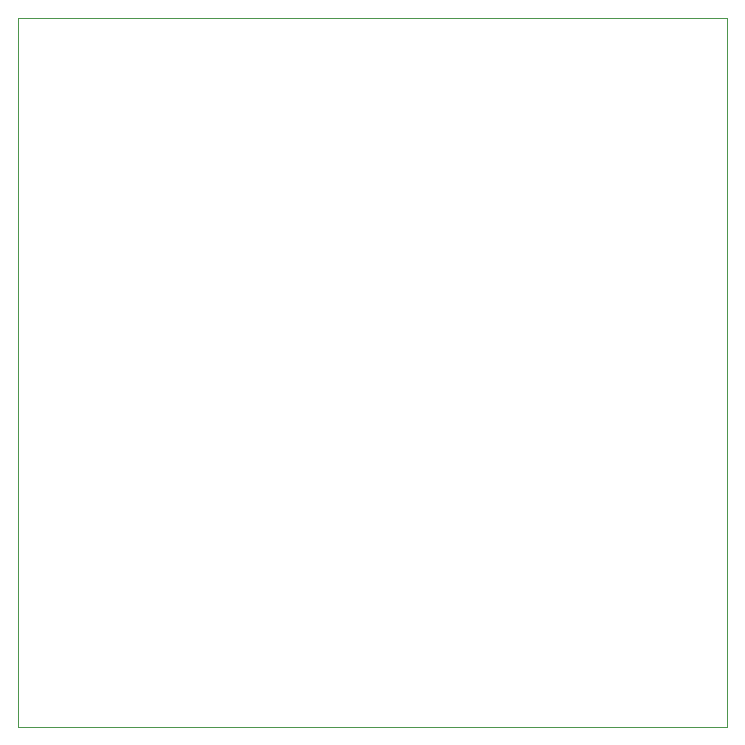
<source format=gbr>
%TF.GenerationSoftware,KiCad,Pcbnew,7.0.1*%
%TF.CreationDate,2023-12-30T23:07:02-05:00*%
%TF.ProjectId,TacTile-A,54616354-696c-4652-9d41-2e6b69636164,rev?*%
%TF.SameCoordinates,Original*%
%TF.FileFunction,Profile,NP*%
%FSLAX46Y46*%
G04 Gerber Fmt 4.6, Leading zero omitted, Abs format (unit mm)*
G04 Created by KiCad (PCBNEW 7.0.1) date 2023-12-30 23:07:02*
%MOMM*%
%LPD*%
G01*
G04 APERTURE LIST*
%TA.AperFunction,Profile*%
%ADD10C,0.100000*%
%TD*%
G04 APERTURE END LIST*
D10*
X25000000Y-25000000D02*
X85000000Y-25000000D01*
X85000000Y-85000000D01*
X25000000Y-85000000D01*
X25000000Y-25000000D01*
M02*

</source>
